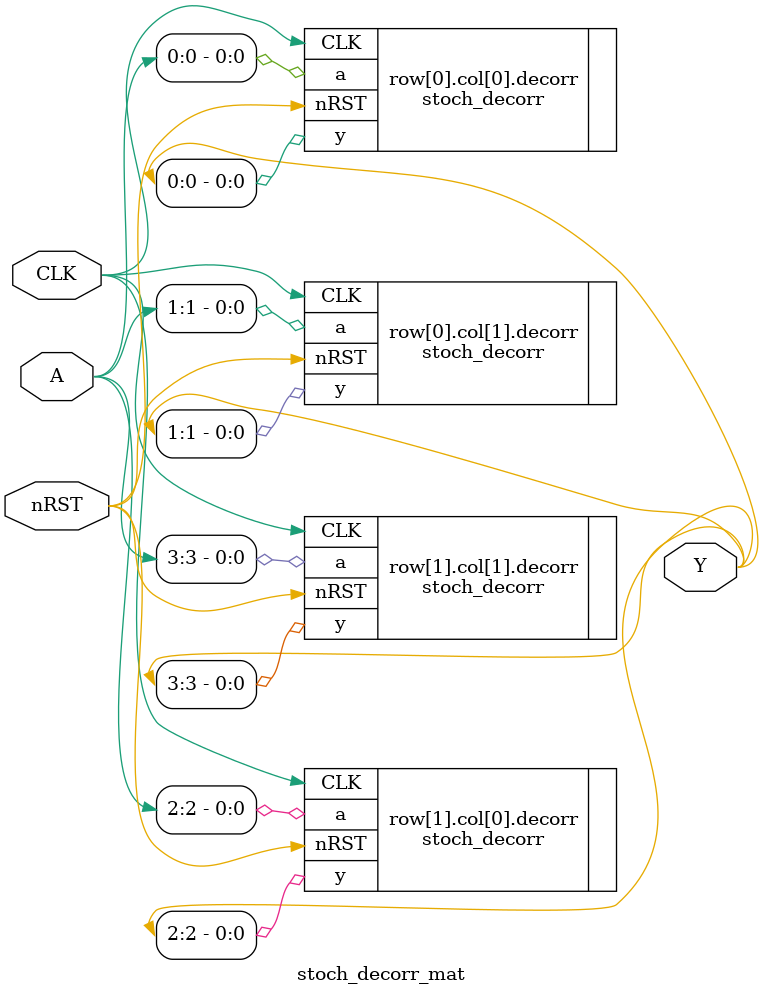
<source format=v>
`timescale 1ns / 1ps
module stoch_decorr_mat(CLK, nRST, A, Y);

// parameters
parameter COUNTER_SIZE = 8;
parameter STEP_VAL = 16;
parameter NUM_ROWS = 2;
parameter NUM_COLS = 2;

// I/O
input CLK, nRST;
input [(NUM_ROWS*NUM_COLS)-1:0] A;
output [(NUM_ROWS*NUM_COLS)-1:0] Y;

genvar i, j;
generate
    for (i = 0; i < NUM_ROWS; i = i + 1) begin : row
        for (j = 0; j < NUM_COLS; j = j + 1) begin: col
            stoch_decorr #(.COUNTER_SIZE(COUNTER_SIZE), .STEP_VAL(STEP_VAL)) decorr(
                .CLK(CLK),
                .nRST(nRST),
                .a(A[(i*NUM_COLS)+j]),
                .y(Y[(i*NUM_COLS)+j])
                );
        end
    end 
endgenerate

endmodule

</source>
